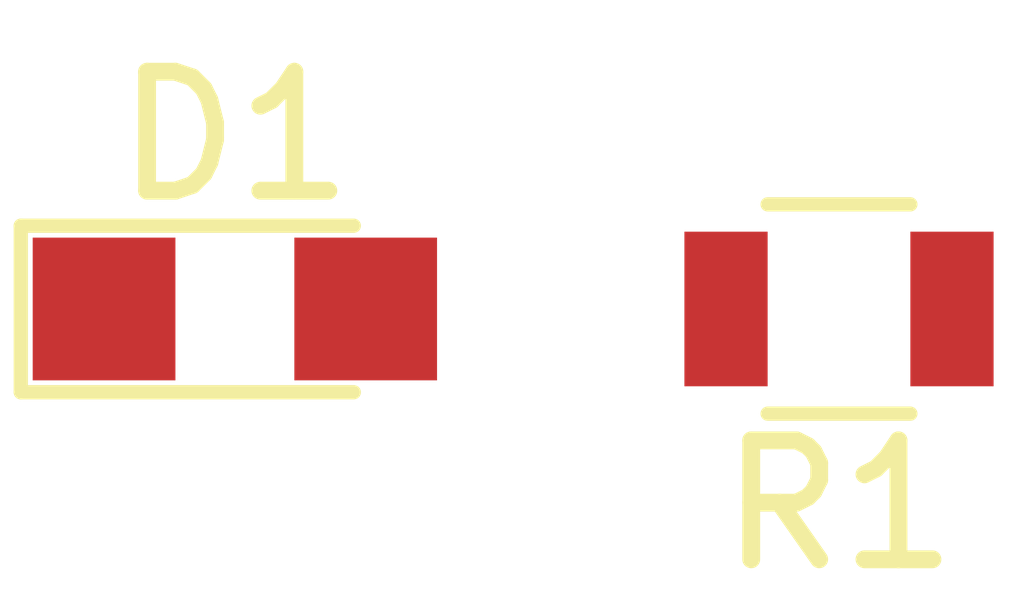
<source format=kicad_pcb>
(kicad_pcb (version 4) (host pcbnew 4.0.7-e2-6376~58~ubuntu16.04.1)

  (general
    (links 1)
    (no_connects 1)
    (area 138.794999 106.495 147.825001 111.945)
    (thickness 1.6)
    (drawings 0)
    (tracks 0)
    (zones 0)
    (modules 2)
    (nets 4)
  )

  (page A4)
  (layers
    (0 F.Cu signal)
    (31 B.Cu signal)
    (32 B.Adhes user)
    (33 F.Adhes user)
    (34 B.Paste user)
    (35 F.Paste user)
    (36 B.SilkS user)
    (37 F.SilkS user)
    (38 B.Mask user)
    (39 F.Mask user)
    (40 Dwgs.User user)
    (41 Cmts.User user)
    (42 Eco1.User user)
    (43 Eco2.User user)
    (44 Edge.Cuts user)
    (45 Margin user)
    (46 B.CrtYd user)
    (47 F.CrtYd user)
    (48 B.Fab user)
    (49 F.Fab user)
  )

  (setup
    (last_trace_width 0.25)
    (trace_clearance 0.2)
    (zone_clearance 0.508)
    (zone_45_only no)
    (trace_min 0.2)
    (segment_width 0.2)
    (edge_width 0.15)
    (via_size 0.6)
    (via_drill 0.4)
    (via_min_size 0.4)
    (via_min_drill 0.3)
    (uvia_size 0.3)
    (uvia_drill 0.1)
    (uvias_allowed no)
    (uvia_min_size 0.2)
    (uvia_min_drill 0.1)
    (pcb_text_width 0.3)
    (pcb_text_size 1.5 1.5)
    (mod_edge_width 0.15)
    (mod_text_size 1 1)
    (mod_text_width 0.15)
    (pad_size 1.524 1.524)
    (pad_drill 0.762)
    (pad_to_mask_clearance 0.2)
    (aux_axis_origin 0 0)
    (visible_elements FFFFFF7F)
    (pcbplotparams
      (layerselection 0x00030_80000001)
      (usegerberextensions false)
      (excludeedgelayer true)
      (linewidth 0.100000)
      (plotframeref false)
      (viasonmask false)
      (mode 1)
      (useauxorigin false)
      (hpglpennumber 1)
      (hpglpenspeed 20)
      (hpglpendiameter 15)
      (hpglpenoverlay 2)
      (psnegative false)
      (psa4output false)
      (plotreference true)
      (plotvalue true)
      (plotinvisibletext false)
      (padsonsilk false)
      (subtractmaskfromsilk false)
      (outputformat 1)
      (mirror false)
      (drillshape 1)
      (scaleselection 1)
      (outputdirectory ""))
  )

  (net 0 "")
  (net 1 "Net-(D1-Pad2)")
  (net 2 GND)
  (net 3 VCC)

  (net_class Default "This is the default net class."
    (clearance 0.2)
    (trace_width 0.25)
    (via_dia 0.6)
    (via_drill 0.4)
    (uvia_dia 0.3)
    (uvia_drill 0.1)
    (add_net GND)
    (add_net "Net-(D1-Pad2)")
    (add_net VCC)
  )

  (module LEDs:LED_0805 (layer F.Cu) (tedit 59959803) (tstamp 5AD494B5)
    (at 140.97 109.22)
    (descr "LED 0805 smd package")
    (tags "LED led 0805 SMD smd SMT smt smdled SMDLED smtled SMTLED")
    (path /5AD49347)
    (attr smd)
    (fp_text reference D1 (at 0 -1.45) (layer F.SilkS)
      (effects (font (size 1 1) (thickness 0.15)))
    )
    (fp_text value LED (at 0 1.55) (layer F.Fab)
      (effects (font (size 1 1) (thickness 0.15)))
    )
    (fp_line (start -1.8 -0.7) (end -1.8 0.7) (layer F.SilkS) (width 0.12))
    (fp_line (start -0.4 -0.4) (end -0.4 0.4) (layer F.Fab) (width 0.1))
    (fp_line (start -0.4 0) (end 0.2 -0.4) (layer F.Fab) (width 0.1))
    (fp_line (start 0.2 0.4) (end -0.4 0) (layer F.Fab) (width 0.1))
    (fp_line (start 0.2 -0.4) (end 0.2 0.4) (layer F.Fab) (width 0.1))
    (fp_line (start 1 0.6) (end -1 0.6) (layer F.Fab) (width 0.1))
    (fp_line (start 1 -0.6) (end 1 0.6) (layer F.Fab) (width 0.1))
    (fp_line (start -1 -0.6) (end 1 -0.6) (layer F.Fab) (width 0.1))
    (fp_line (start -1 0.6) (end -1 -0.6) (layer F.Fab) (width 0.1))
    (fp_line (start -1.8 0.7) (end 1 0.7) (layer F.SilkS) (width 0.12))
    (fp_line (start -1.8 -0.7) (end 1 -0.7) (layer F.SilkS) (width 0.12))
    (fp_line (start 1.95 -0.85) (end 1.95 0.85) (layer F.CrtYd) (width 0.05))
    (fp_line (start 1.95 0.85) (end -1.95 0.85) (layer F.CrtYd) (width 0.05))
    (fp_line (start -1.95 0.85) (end -1.95 -0.85) (layer F.CrtYd) (width 0.05))
    (fp_line (start -1.95 -0.85) (end 1.95 -0.85) (layer F.CrtYd) (width 0.05))
    (fp_text user %R (at 0 -1.25) (layer F.Fab)
      (effects (font (size 0.4 0.4) (thickness 0.1)))
    )
    (pad 2 smd rect (at 1.1 0 180) (size 1.2 1.2) (layers F.Cu F.Paste F.Mask)
      (net 1 "Net-(D1-Pad2)"))
    (pad 1 smd rect (at -1.1 0 180) (size 1.2 1.2) (layers F.Cu F.Paste F.Mask)
      (net 2 GND))
    (model ${KISYS3DMOD}/LEDs.3dshapes/LED_0805.wrl
      (at (xyz 0 0 0))
      (scale (xyz 1 1 1))
      (rotate (xyz 0 0 180))
    )
  )

  (module Resistors_SMD:R_0805 (layer F.Cu) (tedit 58E0A804) (tstamp 5AD494BB)
    (at 146.05 109.22 180)
    (descr "Resistor SMD 0805, reflow soldering, Vishay (see dcrcw.pdf)")
    (tags "resistor 0805")
    (path /5AD492DA)
    (attr smd)
    (fp_text reference R1 (at 0 -1.65 180) (layer F.SilkS)
      (effects (font (size 1 1) (thickness 0.15)))
    )
    (fp_text value R (at 0 1.75 180) (layer F.Fab)
      (effects (font (size 1 1) (thickness 0.15)))
    )
    (fp_text user %R (at 0 0 180) (layer F.Fab)
      (effects (font (size 0.5 0.5) (thickness 0.075)))
    )
    (fp_line (start -1 0.62) (end -1 -0.62) (layer F.Fab) (width 0.1))
    (fp_line (start 1 0.62) (end -1 0.62) (layer F.Fab) (width 0.1))
    (fp_line (start 1 -0.62) (end 1 0.62) (layer F.Fab) (width 0.1))
    (fp_line (start -1 -0.62) (end 1 -0.62) (layer F.Fab) (width 0.1))
    (fp_line (start 0.6 0.88) (end -0.6 0.88) (layer F.SilkS) (width 0.12))
    (fp_line (start -0.6 -0.88) (end 0.6 -0.88) (layer F.SilkS) (width 0.12))
    (fp_line (start -1.55 -0.9) (end 1.55 -0.9) (layer F.CrtYd) (width 0.05))
    (fp_line (start -1.55 -0.9) (end -1.55 0.9) (layer F.CrtYd) (width 0.05))
    (fp_line (start 1.55 0.9) (end 1.55 -0.9) (layer F.CrtYd) (width 0.05))
    (fp_line (start 1.55 0.9) (end -1.55 0.9) (layer F.CrtYd) (width 0.05))
    (pad 1 smd rect (at -0.95 0 180) (size 0.7 1.3) (layers F.Cu F.Paste F.Mask)
      (net 3 VCC))
    (pad 2 smd rect (at 0.95 0 180) (size 0.7 1.3) (layers F.Cu F.Paste F.Mask)
      (net 1 "Net-(D1-Pad2)"))
    (model ${KISYS3DMOD}/Resistors_SMD.3dshapes/R_0805.wrl
      (at (xyz 0 0 0))
      (scale (xyz 1 1 1))
      (rotate (xyz 0 0 0))
    )
  )

)

</source>
